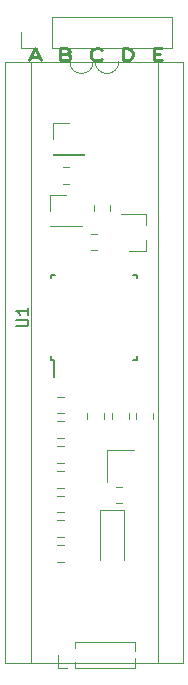
<source format=gbr>
G04 #@! TF.GenerationSoftware,KiCad,Pcbnew,(5.1.9)-1*
G04 #@! TF.CreationDate,2021-06-10T15:02:54-04:00*
G04 #@! TF.ProjectId,6526KernalSwitcherB,36353236-4b65-4726-9e61-6c5377697463,rev?*
G04 #@! TF.SameCoordinates,Original*
G04 #@! TF.FileFunction,Legend,Top*
G04 #@! TF.FilePolarity,Positive*
%FSLAX46Y46*%
G04 Gerber Fmt 4.6, Leading zero omitted, Abs format (unit mm)*
G04 Created by KiCad (PCBNEW (5.1.9)-1) date 2021-06-10 15:02:54*
%MOMM*%
%LPD*%
G01*
G04 APERTURE LIST*
%ADD10C,0.250000*%
%ADD11C,0.120000*%
%ADD12C,0.150000*%
G04 APERTURE END LIST*
D10*
X102378571Y-49061666D02*
X103092857Y-49061666D01*
X102235714Y-49347380D02*
X102735714Y-48347380D01*
X103235714Y-49347380D01*
X105378571Y-48823571D02*
X105592857Y-48871190D01*
X105664285Y-48918809D01*
X105735714Y-49014047D01*
X105735714Y-49156904D01*
X105664285Y-49252142D01*
X105592857Y-49299761D01*
X105450000Y-49347380D01*
X104878571Y-49347380D01*
X104878571Y-48347380D01*
X105378571Y-48347380D01*
X105521428Y-48395000D01*
X105592857Y-48442619D01*
X105664285Y-48537857D01*
X105664285Y-48633095D01*
X105592857Y-48728333D01*
X105521428Y-48775952D01*
X105378571Y-48823571D01*
X104878571Y-48823571D01*
X108378571Y-49252142D02*
X108307142Y-49299761D01*
X108092857Y-49347380D01*
X107950000Y-49347380D01*
X107735714Y-49299761D01*
X107592857Y-49204523D01*
X107521428Y-49109285D01*
X107450000Y-48918809D01*
X107450000Y-48775952D01*
X107521428Y-48585476D01*
X107592857Y-48490238D01*
X107735714Y-48395000D01*
X107950000Y-48347380D01*
X108092857Y-48347380D01*
X108307142Y-48395000D01*
X108378571Y-48442619D01*
X110164285Y-49347380D02*
X110164285Y-48347380D01*
X110521428Y-48347380D01*
X110735714Y-48395000D01*
X110878571Y-48490238D01*
X110950000Y-48585476D01*
X111021428Y-48775952D01*
X111021428Y-48918809D01*
X110950000Y-49109285D01*
X110878571Y-49204523D01*
X110735714Y-49299761D01*
X110521428Y-49347380D01*
X110164285Y-49347380D01*
X112807142Y-48823571D02*
X113307142Y-48823571D01*
X113521428Y-49347380D02*
X112807142Y-49347380D01*
X112807142Y-48347380D01*
X113521428Y-48347380D01*
D11*
X105163252Y-87628800D02*
X104640748Y-87628800D01*
X105163252Y-86208800D02*
X104640748Y-86208800D01*
X105163252Y-84126000D02*
X104640748Y-84126000D01*
X105163252Y-85546000D02*
X104640748Y-85546000D01*
X110666600Y-79189948D02*
X110666600Y-79712452D01*
X109246600Y-79189948D02*
X109246600Y-79712452D01*
X107163800Y-79189948D02*
X107163800Y-79712452D01*
X108583800Y-79189948D02*
X108583800Y-79712452D01*
X104640748Y-82030500D02*
X105163252Y-82030500D01*
X104640748Y-83450500D02*
X105163252Y-83450500D01*
X111329400Y-79189948D02*
X111329400Y-79712452D01*
X112749400Y-79189948D02*
X112749400Y-79712452D01*
X107982652Y-65454600D02*
X107460148Y-65454600D01*
X107982652Y-64034600D02*
X107460148Y-64034600D01*
X110245400Y-91691400D02*
X110245400Y-87391400D01*
X110245400Y-87391400D02*
X108245400Y-87391400D01*
X108245400Y-87391400D02*
X108245400Y-91691400D01*
X111185000Y-100805000D02*
X111185000Y-100002530D01*
X111185000Y-99387470D02*
X111185000Y-98585000D01*
X106170000Y-100805000D02*
X111185000Y-100805000D01*
X106170000Y-98585000D02*
X111185000Y-98585000D01*
X106170000Y-100805000D02*
X106170000Y-100258471D01*
X106170000Y-99131529D02*
X106170000Y-98585000D01*
X105410000Y-100805000D02*
X104650000Y-100805000D01*
X104650000Y-100805000D02*
X104650000Y-99695000D01*
X114360000Y-48320000D02*
X114360000Y-45660000D01*
X104140000Y-48320000D02*
X114360000Y-48320000D01*
X104140000Y-45660000D02*
X114360000Y-45660000D01*
X104140000Y-48320000D02*
X104140000Y-45660000D01*
X102870000Y-48320000D02*
X101540000Y-48320000D01*
X101540000Y-48320000D02*
X101540000Y-46990000D01*
X104257800Y-54702400D02*
X105587800Y-54702400D01*
X104257800Y-56032400D02*
X104257800Y-54702400D01*
X104257800Y-57302400D02*
X106917800Y-57302400D01*
X106917800Y-57302400D02*
X106917800Y-57362400D01*
X104257800Y-57302400D02*
X104257800Y-57362400D01*
X104257800Y-57362400D02*
X106917800Y-57362400D01*
X104054600Y-63407600D02*
X106714600Y-63407600D01*
X104054600Y-63347600D02*
X104054600Y-63407600D01*
X106714600Y-63347600D02*
X106714600Y-63407600D01*
X104054600Y-63347600D02*
X106714600Y-63347600D01*
X104054600Y-62077600D02*
X104054600Y-60747600D01*
X104054600Y-60747600D02*
X105384600Y-60747600D01*
X112164400Y-65537200D02*
X112164400Y-64607200D01*
X112164400Y-62377200D02*
X112164400Y-63307200D01*
X112164400Y-62377200D02*
X110004400Y-62377200D01*
X112164400Y-65537200D02*
X110704400Y-65537200D01*
X105163252Y-91794400D02*
X104640748Y-91794400D01*
X105163252Y-90374400D02*
X104640748Y-90374400D01*
X110090852Y-86866800D02*
X109568348Y-86866800D01*
X110090852Y-85446800D02*
X109568348Y-85446800D01*
X104640748Y-79259500D02*
X105163252Y-79259500D01*
X104640748Y-77839500D02*
X105163252Y-77839500D01*
X104640748Y-79935000D02*
X105163252Y-79935000D01*
X104640748Y-81355000D02*
X105163252Y-81355000D01*
X105163252Y-89711600D02*
X104640748Y-89711600D01*
X105163252Y-88291600D02*
X104640748Y-88291600D01*
X105123348Y-59790400D02*
X105645852Y-59790400D01*
X105123348Y-58370400D02*
X105645852Y-58370400D01*
X107697200Y-61587748D02*
X107697200Y-62110252D01*
X109117200Y-61587748D02*
X109117200Y-62110252D01*
D12*
X104134500Y-74745000D02*
X104359500Y-74745000D01*
X104134500Y-67495000D02*
X104459500Y-67495000D01*
X111384500Y-67495000D02*
X111059500Y-67495000D01*
X111384500Y-74745000D02*
X111059500Y-74745000D01*
X104134500Y-74745000D02*
X104134500Y-74420000D01*
X111384500Y-74745000D02*
X111384500Y-74420000D01*
X111384500Y-67495000D02*
X111384500Y-67820000D01*
X104134500Y-67495000D02*
X104134500Y-67820000D01*
X104359500Y-74745000D02*
X104359500Y-76170000D01*
D11*
X115299000Y-49470000D02*
X109839000Y-49470000D01*
X115299000Y-100390000D02*
X115299000Y-49470000D01*
X102379000Y-100390000D02*
X115299000Y-100390000D01*
X102379000Y-49470000D02*
X102379000Y-100390000D01*
X107839000Y-49470000D02*
X102379000Y-49470000D01*
X109839000Y-49470000D02*
G75*
G02*
X107839000Y-49470000I-1000000J0D01*
G01*
X105680000Y-49470000D02*
X100220000Y-49470000D01*
X100220000Y-49470000D02*
X100220000Y-100390000D01*
X100220000Y-100390000D02*
X113140000Y-100390000D01*
X113140000Y-100390000D02*
X113140000Y-49470000D01*
X113140000Y-49470000D02*
X107680000Y-49470000D01*
X107680000Y-49470000D02*
G75*
G02*
X105680000Y-49470000I-1000000J0D01*
G01*
X111132000Y-82317600D02*
X108832000Y-82317600D01*
X108832000Y-82317600D02*
X108832000Y-85017600D01*
D12*
X101161880Y-71881904D02*
X101971404Y-71881904D01*
X102066642Y-71834285D01*
X102114261Y-71786666D01*
X102161880Y-71691428D01*
X102161880Y-71500952D01*
X102114261Y-71405714D01*
X102066642Y-71358095D01*
X101971404Y-71310476D01*
X101161880Y-71310476D01*
X102161880Y-70310476D02*
X102161880Y-70881904D01*
X102161880Y-70596190D02*
X101161880Y-70596190D01*
X101304738Y-70691428D01*
X101399976Y-70786666D01*
X101447595Y-70881904D01*
M02*

</source>
